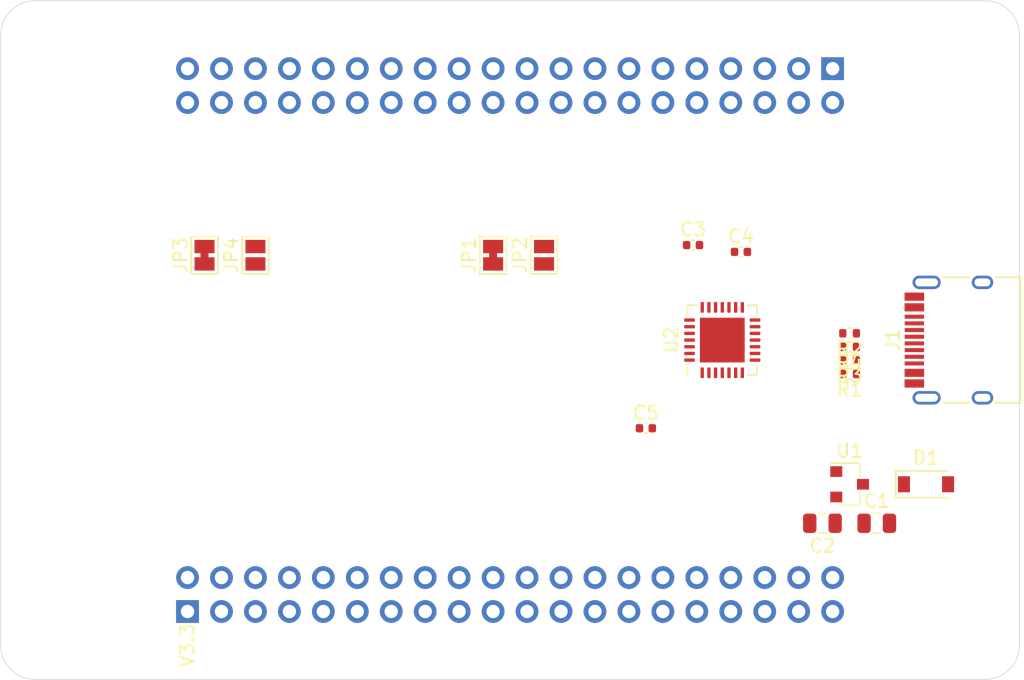
<source format=kicad_pcb>
(kicad_pcb (version 20171130) (host pcbnew 5.1.9+dfsg1-1)

  (general
    (thickness 1.6)
    (drawings 8)
    (tracks 0)
    (zones 0)
    (modules 18)
    (nets 119)
  )

  (page A4)
  (layers
    (0 F.Cu signal)
    (31 B.Cu signal)
    (32 B.Adhes user)
    (33 F.Adhes user)
    (34 B.Paste user)
    (35 F.Paste user)
    (36 B.SilkS user)
    (37 F.SilkS user)
    (38 B.Mask user)
    (39 F.Mask user)
    (40 Dwgs.User user)
    (41 Cmts.User user)
    (42 Eco1.User user)
    (43 Eco2.User user)
    (44 Edge.Cuts user)
    (45 Margin user)
    (46 B.CrtYd user)
    (47 F.CrtYd user)
    (48 B.Fab user hide)
    (49 F.Fab user hide)
  )

  (setup
    (last_trace_width 0.25)
    (trace_clearance 0.2)
    (zone_clearance 0.508)
    (zone_45_only no)
    (trace_min 0.2)
    (via_size 0.8)
    (via_drill 0.4)
    (via_min_size 0.4)
    (via_min_drill 0.3)
    (uvia_size 0.3)
    (uvia_drill 0.1)
    (uvias_allowed no)
    (uvia_min_size 0.2)
    (uvia_min_drill 0.1)
    (edge_width 0.05)
    (segment_width 0.2)
    (pcb_text_width 0.3)
    (pcb_text_size 1.5 1.5)
    (mod_edge_width 0.12)
    (mod_text_size 1 1)
    (mod_text_width 0.15)
    (pad_size 1.524 1.524)
    (pad_drill 0.762)
    (pad_to_mask_clearance 0)
    (aux_axis_origin 0 0)
    (grid_origin 152.4 101.6)
    (visible_elements FFFFFF7F)
    (pcbplotparams
      (layerselection 0x010fc_ffffffff)
      (usegerberextensions false)
      (usegerberattributes true)
      (usegerberadvancedattributes true)
      (creategerberjobfile true)
      (excludeedgelayer true)
      (linewidth 0.100000)
      (plotframeref false)
      (viasonmask false)
      (mode 1)
      (useauxorigin false)
      (hpglpennumber 1)
      (hpglpenspeed 20)
      (hpglpendiameter 15.000000)
      (psnegative false)
      (psa4output false)
      (plotreference true)
      (plotvalue true)
      (plotinvisibletext false)
      (padsonsilk false)
      (subtractmaskfromsilk false)
      (outputformat 1)
      (mirror false)
      (drillshape 1)
      (scaleselection 1)
      (outputdirectory ""))
  )

  (net 0 "")
  (net 1 GND)
  (net 2 +5V)
  (net 3 +3V3)
  (net 4 VBUS)
  (net 5 "Net-(J1-PadB8)")
  (net 6 "Net-(J1-PadA5)")
  (net 7 "Net-(J1-PadA7)")
  (net 8 "Net-(J1-PadA6)")
  (net 9 "Net-(J1-PadA8)")
  (net 10 "Net-(J1-PadB5)")
  (net 11 "Net-(J2-Pad80)")
  (net 12 "Net-(J2-Pad79)")
  (net 13 "Net-(J2-Pad78)")
  (net 14 "Net-(J2-Pad77)")
  (net 15 "Net-(J2-Pad76)")
  (net 16 "Net-(J2-Pad75)")
  (net 17 "Net-(J2-Pad74)")
  (net 18 "Net-(J2-Pad73)")
  (net 19 "Net-(J2-Pad72)")
  (net 20 "Net-(J2-Pad71)")
  (net 21 "Net-(J2-Pad70)")
  (net 22 "Net-(J2-Pad69)")
  (net 23 "Net-(J2-Pad66)")
  (net 24 "Net-(J2-Pad65)")
  (net 25 "Net-(J2-Pad64)")
  (net 26 "Net-(J2-Pad63)")
  (net 27 "Net-(J2-Pad62)")
  (net 28 "Net-(J2-Pad61)")
  (net 29 "Net-(J2-Pad60)")
  (net 30 "Net-(J2-Pad59)")
  (net 31 "Net-(J2-Pad58)")
  (net 32 "Net-(J2-Pad57)")
  (net 33 "Net-(J2-Pad56)")
  (net 34 "Net-(J2-Pad55)")
  (net 35 "Net-(J2-Pad54)")
  (net 36 "Net-(J2-Pad53)")
  (net 37 "Net-(J2-Pad52)")
  (net 38 "Net-(J2-Pad49)")
  (net 39 "Net-(J2-Pad48)")
  (net 40 "Net-(J2-Pad47)")
  (net 41 "Net-(J2-Pad46)")
  (net 42 "Net-(J2-Pad45)")
  (net 43 "Net-(J2-Pad44)")
  (net 44 "Net-(J2-Pad43)")
  (net 45 "Net-(J2-Pad42)")
  (net 46 "Net-(J2-Pad41)")
  (net 47 "Net-(J2-Pad40)")
  (net 48 "Net-(J2-Pad39)")
  (net 49 "Net-(J2-Pad38)")
  (net 50 "Net-(J2-Pad37)")
  (net 51 "Net-(J2-Pad36)")
  (net 52 "Net-(J2-Pad35)")
  (net 53 "Net-(J2-Pad34)")
  (net 54 "Net-(J2-Pad33)")
  (net 55 "Net-(J2-Pad32)")
  (net 56 "Net-(J2-Pad31)")
  (net 57 "Net-(J2-Pad30)")
  (net 58 "Net-(J2-Pad29)")
  (net 59 "Net-(J2-Pad28)")
  (net 60 "Net-(J2-Pad27)")
  (net 61 "Net-(J2-Pad26)")
  (net 62 "Net-(J2-Pad25)")
  (net 63 "Net-(J2-Pad24)")
  (net 64 "Net-(J2-Pad23)")
  (net 65 "Net-(J2-Pad22)")
  (net 66 "Net-(J2-Pad21)")
  (net 67 "Net-(J2-Pad20)")
  (net 68 "Net-(J2-Pad19)")
  (net 69 "Net-(J2-Pad18)")
  (net 70 "Net-(J2-Pad17)")
  (net 71 "Net-(J2-Pad16)")
  (net 72 "Net-(J2-Pad15)")
  (net 73 "Net-(J2-Pad14)")
  (net 74 "Net-(J2-Pad13)")
  (net 75 "Net-(J2-Pad12)")
  (net 76 "Net-(J2-Pad11)")
  (net 77 "Net-(J2-Pad10)")
  (net 78 "Net-(J2-Pad9)")
  (net 79 "Net-(J2-Pad8)")
  (net 80 "Net-(J2-Pad7)")
  (net 81 "Net-(J2-Pad6)")
  (net 82 "Net-(J2-Pad5)")
  (net 83 "Net-(J2-Pad4)")
  (net 84 "Net-(J2-Pad3)")
  (net 85 "Net-(J2-Pad2)")
  (net 86 "Net-(J2-Pad1)")
  (net 87 "Net-(U2-Pad29)")
  (net 88 "Net-(U2-Pad28)")
  (net 89 "Net-(U2-Pad27)")
  (net 90 "Net-(U2-Pad24)")
  (net 91 "Net-(U2-Pad23)")
  (net 92 "Net-(U2-Pad22)")
  (net 93 "Net-(U2-Pad21)")
  (net 94 "Net-(U2-Pad20)")
  (net 95 "Net-(U2-Pad19)")
  (net 96 "Net-(U2-Pad18)")
  (net 97 "Net-(U2-Pad17)")
  (net 98 "Net-(U2-Pad16)")
  (net 99 "Net-(U2-Pad15)")
  (net 100 "Net-(U2-Pad14)")
  (net 101 "Net-(U2-Pad13)")
  (net 102 "Net-(U2-Pad12)")
  (net 103 "Net-(U2-Pad11)")
  (net 104 "Net-(U2-Pad10)")
  (net 105 "Net-(U2-Pad9)")
  (net 106 "Net-(U2-Pad8)")
  (net 107 "Net-(U2-Pad7)")
  (net 108 "Net-(U2-Pad6)")
  (net 109 "Net-(U2-Pad2)")
  (net 110 "Net-(U2-Pad1)")
  (net 111 DM)
  (net 112 DP)
  (net 113 "Net-(JP1-Pad1)")
  (net 114 U1RX0)
  (net 115 U1TX0)
  (net 116 U1RX1)
  (net 117 U1TX1)
  (net 118 "Net-(JP3-Pad1)")

  (net_class Default "This is the default net class."
    (clearance 0.2)
    (trace_width 0.25)
    (via_dia 0.8)
    (via_drill 0.4)
    (uvia_dia 0.3)
    (uvia_drill 0.1)
    (add_net +3V3)
    (add_net +5V)
    (add_net DM)
    (add_net DP)
    (add_net GND)
    (add_net "Net-(J1-PadA5)")
    (add_net "Net-(J1-PadA6)")
    (add_net "Net-(J1-PadA7)")
    (add_net "Net-(J1-PadA8)")
    (add_net "Net-(J1-PadB5)")
    (add_net "Net-(J1-PadB8)")
    (add_net "Net-(J2-Pad1)")
    (add_net "Net-(J2-Pad10)")
    (add_net "Net-(J2-Pad11)")
    (add_net "Net-(J2-Pad12)")
    (add_net "Net-(J2-Pad13)")
    (add_net "Net-(J2-Pad14)")
    (add_net "Net-(J2-Pad15)")
    (add_net "Net-(J2-Pad16)")
    (add_net "Net-(J2-Pad17)")
    (add_net "Net-(J2-Pad18)")
    (add_net "Net-(J2-Pad19)")
    (add_net "Net-(J2-Pad2)")
    (add_net "Net-(J2-Pad20)")
    (add_net "Net-(J2-Pad21)")
    (add_net "Net-(J2-Pad22)")
    (add_net "Net-(J2-Pad23)")
    (add_net "Net-(J2-Pad24)")
    (add_net "Net-(J2-Pad25)")
    (add_net "Net-(J2-Pad26)")
    (add_net "Net-(J2-Pad27)")
    (add_net "Net-(J2-Pad28)")
    (add_net "Net-(J2-Pad29)")
    (add_net "Net-(J2-Pad3)")
    (add_net "Net-(J2-Pad30)")
    (add_net "Net-(J2-Pad31)")
    (add_net "Net-(J2-Pad32)")
    (add_net "Net-(J2-Pad33)")
    (add_net "Net-(J2-Pad34)")
    (add_net "Net-(J2-Pad35)")
    (add_net "Net-(J2-Pad36)")
    (add_net "Net-(J2-Pad37)")
    (add_net "Net-(J2-Pad38)")
    (add_net "Net-(J2-Pad39)")
    (add_net "Net-(J2-Pad4)")
    (add_net "Net-(J2-Pad40)")
    (add_net "Net-(J2-Pad41)")
    (add_net "Net-(J2-Pad42)")
    (add_net "Net-(J2-Pad43)")
    (add_net "Net-(J2-Pad44)")
    (add_net "Net-(J2-Pad45)")
    (add_net "Net-(J2-Pad46)")
    (add_net "Net-(J2-Pad47)")
    (add_net "Net-(J2-Pad48)")
    (add_net "Net-(J2-Pad49)")
    (add_net "Net-(J2-Pad5)")
    (add_net "Net-(J2-Pad52)")
    (add_net "Net-(J2-Pad53)")
    (add_net "Net-(J2-Pad54)")
    (add_net "Net-(J2-Pad55)")
    (add_net "Net-(J2-Pad56)")
    (add_net "Net-(J2-Pad57)")
    (add_net "Net-(J2-Pad58)")
    (add_net "Net-(J2-Pad59)")
    (add_net "Net-(J2-Pad6)")
    (add_net "Net-(J2-Pad60)")
    (add_net "Net-(J2-Pad61)")
    (add_net "Net-(J2-Pad62)")
    (add_net "Net-(J2-Pad63)")
    (add_net "Net-(J2-Pad64)")
    (add_net "Net-(J2-Pad65)")
    (add_net "Net-(J2-Pad66)")
    (add_net "Net-(J2-Pad69)")
    (add_net "Net-(J2-Pad7)")
    (add_net "Net-(J2-Pad70)")
    (add_net "Net-(J2-Pad71)")
    (add_net "Net-(J2-Pad72)")
    (add_net "Net-(J2-Pad73)")
    (add_net "Net-(J2-Pad74)")
    (add_net "Net-(J2-Pad75)")
    (add_net "Net-(J2-Pad76)")
    (add_net "Net-(J2-Pad77)")
    (add_net "Net-(J2-Pad78)")
    (add_net "Net-(J2-Pad79)")
    (add_net "Net-(J2-Pad8)")
    (add_net "Net-(J2-Pad80)")
    (add_net "Net-(J2-Pad9)")
    (add_net "Net-(JP1-Pad1)")
    (add_net "Net-(JP3-Pad1)")
    (add_net "Net-(U2-Pad1)")
    (add_net "Net-(U2-Pad10)")
    (add_net "Net-(U2-Pad11)")
    (add_net "Net-(U2-Pad12)")
    (add_net "Net-(U2-Pad13)")
    (add_net "Net-(U2-Pad14)")
    (add_net "Net-(U2-Pad15)")
    (add_net "Net-(U2-Pad16)")
    (add_net "Net-(U2-Pad17)")
    (add_net "Net-(U2-Pad18)")
    (add_net "Net-(U2-Pad19)")
    (add_net "Net-(U2-Pad2)")
    (add_net "Net-(U2-Pad20)")
    (add_net "Net-(U2-Pad21)")
    (add_net "Net-(U2-Pad22)")
    (add_net "Net-(U2-Pad23)")
    (add_net "Net-(U2-Pad24)")
    (add_net "Net-(U2-Pad27)")
    (add_net "Net-(U2-Pad28)")
    (add_net "Net-(U2-Pad29)")
    (add_net "Net-(U2-Pad6)")
    (add_net "Net-(U2-Pad7)")
    (add_net "Net-(U2-Pad8)")
    (add_net "Net-(U2-Pad9)")
    (add_net U1RX0)
    (add_net U1RX1)
    (add_net U1TX0)
    (add_net U1TX1)
    (add_net VBUS)
  )

  (module Jumper:SolderJumper-2_P1.3mm_Open_Pad1.0x1.5mm (layer F.Cu) (tedit 5A3EABFC) (tstamp 60D2F4D7)
    (at 133.35 95.25 90)
    (descr "SMD Solder Jumper, 1x1.5mm Pads, 0.3mm gap, open")
    (tags "solder jumper open")
    (path /612BE955)
    (attr virtual)
    (fp_text reference JP4 (at 0 -1.8 90) (layer F.SilkS)
      (effects (font (size 1 1) (thickness 0.15)))
    )
    (fp_text value ~ (at 0 1.9 90) (layer F.Fab)
      (effects (font (size 1 1) (thickness 0.15)))
    )
    (fp_line (start -1.4 1) (end -1.4 -1) (layer F.SilkS) (width 0.12))
    (fp_line (start 1.4 1) (end -1.4 1) (layer F.SilkS) (width 0.12))
    (fp_line (start 1.4 -1) (end 1.4 1) (layer F.SilkS) (width 0.12))
    (fp_line (start -1.4 -1) (end 1.4 -1) (layer F.SilkS) (width 0.12))
    (fp_line (start -1.65 -1.25) (end 1.65 -1.25) (layer F.CrtYd) (width 0.05))
    (fp_line (start -1.65 -1.25) (end -1.65 1.25) (layer F.CrtYd) (width 0.05))
    (fp_line (start 1.65 1.25) (end 1.65 -1.25) (layer F.CrtYd) (width 0.05))
    (fp_line (start 1.65 1.25) (end -1.65 1.25) (layer F.CrtYd) (width 0.05))
    (pad 1 smd rect (at -0.65 0 90) (size 1 1.5) (layers F.Cu F.Mask)
      (net 118 "Net-(JP3-Pad1)"))
    (pad 2 smd rect (at 0.65 0 90) (size 1 1.5) (layers F.Cu F.Mask)
      (net 116 U1RX1))
  )

  (module Jumper:SolderJumper-2_P1.3mm_Bridged_Pad1.0x1.5mm (layer F.Cu) (tedit 5C756AB2) (tstamp 60D2F4C9)
    (at 129.54 95.25 90)
    (descr "SMD Solder Jumper, 1x1.5mm Pads, 0.3mm gap, bridged with 1 copper strip")
    (tags "solder jumper open")
    (path /612BE214)
    (attr virtual)
    (fp_text reference JP3 (at 0 -1.8 90) (layer F.SilkS)
      (effects (font (size 1 1) (thickness 0.15)))
    )
    (fp_text value ~ (at 0 1.9 90) (layer F.Fab)
      (effects (font (size 1 1) (thickness 0.15)))
    )
    (fp_line (start -1.4 1) (end -1.4 -1) (layer F.SilkS) (width 0.12))
    (fp_line (start 1.4 1) (end -1.4 1) (layer F.SilkS) (width 0.12))
    (fp_line (start 1.4 -1) (end 1.4 1) (layer F.SilkS) (width 0.12))
    (fp_line (start -1.4 -1) (end 1.4 -1) (layer F.SilkS) (width 0.12))
    (fp_line (start -1.65 -1.25) (end 1.65 -1.25) (layer F.CrtYd) (width 0.05))
    (fp_line (start -1.65 -1.25) (end -1.65 1.25) (layer F.CrtYd) (width 0.05))
    (fp_line (start 1.65 1.25) (end 1.65 -1.25) (layer F.CrtYd) (width 0.05))
    (fp_line (start 1.65 1.25) (end -1.65 1.25) (layer F.CrtYd) (width 0.05))
    (fp_poly (pts (xy -0.25 -0.3) (xy 0.25 -0.3) (xy 0.25 0.3) (xy -0.25 0.3)) (layer F.Cu) (width 0))
    (pad 2 smd rect (at 0.65 0 90) (size 1 1.5) (layers F.Cu F.Mask)
      (net 114 U1RX0))
    (pad 1 smd rect (at -0.65 0 90) (size 1 1.5) (layers F.Cu F.Mask)
      (net 118 "Net-(JP3-Pad1)"))
  )

  (module Jumper:SolderJumper-2_P1.3mm_Open_Pad1.0x1.5mm (layer F.Cu) (tedit 5A3EABFC) (tstamp 60D2EB49)
    (at 154.94 95.25 90)
    (descr "SMD Solder Jumper, 1x1.5mm Pads, 0.3mm gap, open")
    (tags "solder jumper open")
    (path /612BA057)
    (attr virtual)
    (fp_text reference JP2 (at 0 -1.8 90) (layer F.SilkS)
      (effects (font (size 1 1) (thickness 0.15)))
    )
    (fp_text value ~ (at 0 1.9 90) (layer F.Fab)
      (effects (font (size 1 1) (thickness 0.15)))
    )
    (fp_line (start -1.4 1) (end -1.4 -1) (layer F.SilkS) (width 0.12))
    (fp_line (start 1.4 1) (end -1.4 1) (layer F.SilkS) (width 0.12))
    (fp_line (start 1.4 -1) (end 1.4 1) (layer F.SilkS) (width 0.12))
    (fp_line (start -1.4 -1) (end 1.4 -1) (layer F.SilkS) (width 0.12))
    (fp_line (start -1.65 -1.25) (end 1.65 -1.25) (layer F.CrtYd) (width 0.05))
    (fp_line (start -1.65 -1.25) (end -1.65 1.25) (layer F.CrtYd) (width 0.05))
    (fp_line (start 1.65 1.25) (end 1.65 -1.25) (layer F.CrtYd) (width 0.05))
    (fp_line (start 1.65 1.25) (end -1.65 1.25) (layer F.CrtYd) (width 0.05))
    (pad 1 smd rect (at -0.65 0 90) (size 1 1.5) (layers F.Cu F.Mask)
      (net 113 "Net-(JP1-Pad1)"))
    (pad 2 smd rect (at 0.65 0 90) (size 1 1.5) (layers F.Cu F.Mask)
      (net 117 U1TX1))
  )

  (module Jumper:SolderJumper-2_P1.3mm_Bridged_Pad1.0x1.5mm (layer F.Cu) (tedit 5C756AB2) (tstamp 60D2EB3B)
    (at 151.13 95.25 90)
    (descr "SMD Solder Jumper, 1x1.5mm Pads, 0.3mm gap, bridged with 1 copper strip")
    (tags "solder jumper open")
    (path /612B830E)
    (attr virtual)
    (fp_text reference JP1 (at 0 -1.8 90) (layer F.SilkS)
      (effects (font (size 1 1) (thickness 0.15)))
    )
    (fp_text value ~ (at 0 1.9 90) (layer F.Fab)
      (effects (font (size 1 1) (thickness 0.15)))
    )
    (fp_line (start -1.4 1) (end -1.4 -1) (layer F.SilkS) (width 0.12))
    (fp_line (start 1.4 1) (end -1.4 1) (layer F.SilkS) (width 0.12))
    (fp_line (start 1.4 -1) (end 1.4 1) (layer F.SilkS) (width 0.12))
    (fp_line (start -1.4 -1) (end 1.4 -1) (layer F.SilkS) (width 0.12))
    (fp_line (start -1.65 -1.25) (end 1.65 -1.25) (layer F.CrtYd) (width 0.05))
    (fp_line (start -1.65 -1.25) (end -1.65 1.25) (layer F.CrtYd) (width 0.05))
    (fp_line (start 1.65 1.25) (end 1.65 -1.25) (layer F.CrtYd) (width 0.05))
    (fp_line (start 1.65 1.25) (end -1.65 1.25) (layer F.CrtYd) (width 0.05))
    (fp_poly (pts (xy -0.25 -0.3) (xy 0.25 -0.3) (xy 0.25 0.3) (xy -0.25 0.3)) (layer F.Cu) (width 0))
    (pad 2 smd rect (at 0.65 0 90) (size 1 1.5) (layers F.Cu F.Mask)
      (net 115 U1TX0))
    (pad 1 smd rect (at -0.65 0 90) (size 1 1.5) (layers F.Cu F.Mask)
      (net 113 "Net-(JP1-Pad1)"))
  )

  (module Package_DFN_QFN:QFN-28-1EP_5x5mm_P0.5mm_EP3.35x3.35mm (layer F.Cu) (tedit 5DC5F6A4) (tstamp 60D2D397)
    (at 168.275 101.6 90)
    (descr "QFN, 28 Pin (http://ww1.microchip.com/downloads/en/PackagingSpec/00000049BQ.pdf#page=283), generated with kicad-footprint-generator ipc_noLead_generator.py")
    (tags "QFN NoLead")
    (path /6122714A)
    (attr smd)
    (fp_text reference U2 (at 0 -3.8 90) (layer F.SilkS)
      (effects (font (size 1 1) (thickness 0.15)))
    )
    (fp_text value CP2102N (at 0 3.8 90) (layer F.Fab)
      (effects (font (size 1 1) (thickness 0.15)))
    )
    (fp_text user %R (at 0 0 90) (layer F.Fab)
      (effects (font (size 1 1) (thickness 0.15)))
    )
    (fp_line (start 1.885 -2.61) (end 2.61 -2.61) (layer F.SilkS) (width 0.12))
    (fp_line (start 2.61 -2.61) (end 2.61 -1.885) (layer F.SilkS) (width 0.12))
    (fp_line (start -1.885 2.61) (end -2.61 2.61) (layer F.SilkS) (width 0.12))
    (fp_line (start -2.61 2.61) (end -2.61 1.885) (layer F.SilkS) (width 0.12))
    (fp_line (start 1.885 2.61) (end 2.61 2.61) (layer F.SilkS) (width 0.12))
    (fp_line (start 2.61 2.61) (end 2.61 1.885) (layer F.SilkS) (width 0.12))
    (fp_line (start -1.885 -2.61) (end -2.61 -2.61) (layer F.SilkS) (width 0.12))
    (fp_line (start -1.5 -2.5) (end 2.5 -2.5) (layer F.Fab) (width 0.1))
    (fp_line (start 2.5 -2.5) (end 2.5 2.5) (layer F.Fab) (width 0.1))
    (fp_line (start 2.5 2.5) (end -2.5 2.5) (layer F.Fab) (width 0.1))
    (fp_line (start -2.5 2.5) (end -2.5 -1.5) (layer F.Fab) (width 0.1))
    (fp_line (start -2.5 -1.5) (end -1.5 -2.5) (layer F.Fab) (width 0.1))
    (fp_line (start -3.1 -3.1) (end -3.1 3.1) (layer F.CrtYd) (width 0.05))
    (fp_line (start -3.1 3.1) (end 3.1 3.1) (layer F.CrtYd) (width 0.05))
    (fp_line (start 3.1 3.1) (end 3.1 -3.1) (layer F.CrtYd) (width 0.05))
    (fp_line (start 3.1 -3.1) (end -3.1 -3.1) (layer F.CrtYd) (width 0.05))
    (pad "" smd roundrect (at 1.12 1.12 90) (size 0.9 0.9) (layers F.Paste) (roundrect_rratio 0.25))
    (pad "" smd roundrect (at 1.12 0 90) (size 0.9 0.9) (layers F.Paste) (roundrect_rratio 0.25))
    (pad "" smd roundrect (at 1.12 -1.12 90) (size 0.9 0.9) (layers F.Paste) (roundrect_rratio 0.25))
    (pad "" smd roundrect (at 0 1.12 90) (size 0.9 0.9) (layers F.Paste) (roundrect_rratio 0.25))
    (pad "" smd roundrect (at 0 0 90) (size 0.9 0.9) (layers F.Paste) (roundrect_rratio 0.25))
    (pad "" smd roundrect (at 0 -1.12 90) (size 0.9 0.9) (layers F.Paste) (roundrect_rratio 0.25))
    (pad "" smd roundrect (at -1.12 1.12 90) (size 0.9 0.9) (layers F.Paste) (roundrect_rratio 0.25))
    (pad "" smd roundrect (at -1.12 0 90) (size 0.9 0.9) (layers F.Paste) (roundrect_rratio 0.25))
    (pad "" smd roundrect (at -1.12 -1.12 90) (size 0.9 0.9) (layers F.Paste) (roundrect_rratio 0.25))
    (pad 29 smd rect (at 0 0 90) (size 3.35 3.35) (layers F.Cu F.Mask)
      (net 87 "Net-(U2-Pad29)"))
    (pad 28 smd roundrect (at -1.5 -2.45 90) (size 0.25 0.8) (layers F.Cu F.Paste F.Mask) (roundrect_rratio 0.25)
      (net 88 "Net-(U2-Pad28)"))
    (pad 27 smd roundrect (at -1 -2.45 90) (size 0.25 0.8) (layers F.Cu F.Paste F.Mask) (roundrect_rratio 0.25)
      (net 89 "Net-(U2-Pad27)"))
    (pad 26 smd roundrect (at -0.5 -2.45 90) (size 0.25 0.8) (layers F.Cu F.Paste F.Mask) (roundrect_rratio 0.25)
      (net 118 "Net-(JP3-Pad1)"))
    (pad 25 smd roundrect (at 0 -2.45 90) (size 0.25 0.8) (layers F.Cu F.Paste F.Mask) (roundrect_rratio 0.25)
      (net 113 "Net-(JP1-Pad1)"))
    (pad 24 smd roundrect (at 0.5 -2.45 90) (size 0.25 0.8) (layers F.Cu F.Paste F.Mask) (roundrect_rratio 0.25)
      (net 90 "Net-(U2-Pad24)"))
    (pad 23 smd roundrect (at 1 -2.45 90) (size 0.25 0.8) (layers F.Cu F.Paste F.Mask) (roundrect_rratio 0.25)
      (net 91 "Net-(U2-Pad23)"))
    (pad 22 smd roundrect (at 1.5 -2.45 90) (size 0.25 0.8) (layers F.Cu F.Paste F.Mask) (roundrect_rratio 0.25)
      (net 92 "Net-(U2-Pad22)"))
    (pad 21 smd roundrect (at 2.45 -1.5 90) (size 0.8 0.25) (layers F.Cu F.Paste F.Mask) (roundrect_rratio 0.25)
      (net 93 "Net-(U2-Pad21)"))
    (pad 20 smd roundrect (at 2.45 -1 90) (size 0.8 0.25) (layers F.Cu F.Paste F.Mask) (roundrect_rratio 0.25)
      (net 94 "Net-(U2-Pad20)"))
    (pad 19 smd roundrect (at 2.45 -0.5 90) (size 0.8 0.25) (layers F.Cu F.Paste F.Mask) (roundrect_rratio 0.25)
      (net 95 "Net-(U2-Pad19)"))
    (pad 18 smd roundrect (at 2.45 0 90) (size 0.8 0.25) (layers F.Cu F.Paste F.Mask) (roundrect_rratio 0.25)
      (net 96 "Net-(U2-Pad18)"))
    (pad 17 smd roundrect (at 2.45 0.5 90) (size 0.8 0.25) (layers F.Cu F.Paste F.Mask) (roundrect_rratio 0.25)
      (net 97 "Net-(U2-Pad17)"))
    (pad 16 smd roundrect (at 2.45 1 90) (size 0.8 0.25) (layers F.Cu F.Paste F.Mask) (roundrect_rratio 0.25)
      (net 98 "Net-(U2-Pad16)"))
    (pad 15 smd roundrect (at 2.45 1.5 90) (size 0.8 0.25) (layers F.Cu F.Paste F.Mask) (roundrect_rratio 0.25)
      (net 99 "Net-(U2-Pad15)"))
    (pad 14 smd roundrect (at 1.5 2.45 90) (size 0.25 0.8) (layers F.Cu F.Paste F.Mask) (roundrect_rratio 0.25)
      (net 100 "Net-(U2-Pad14)"))
    (pad 13 smd roundrect (at 1 2.45 90) (size 0.25 0.8) (layers F.Cu F.Paste F.Mask) (roundrect_rratio 0.25)
      (net 101 "Net-(U2-Pad13)"))
    (pad 12 smd roundrect (at 0.5 2.45 90) (size 0.25 0.8) (layers F.Cu F.Paste F.Mask) (roundrect_rratio 0.25)
      (net 102 "Net-(U2-Pad12)"))
    (pad 11 smd roundrect (at 0 2.45 90) (size 0.25 0.8) (layers F.Cu F.Paste F.Mask) (roundrect_rratio 0.25)
      (net 103 "Net-(U2-Pad11)"))
    (pad 10 smd roundrect (at -0.5 2.45 90) (size 0.25 0.8) (layers F.Cu F.Paste F.Mask) (roundrect_rratio 0.25)
      (net 104 "Net-(U2-Pad10)"))
    (pad 9 smd roundrect (at -1 2.45 90) (size 0.25 0.8) (layers F.Cu F.Paste F.Mask) (roundrect_rratio 0.25)
      (net 105 "Net-(U2-Pad9)"))
    (pad 8 smd roundrect (at -1.5 2.45 90) (size 0.25 0.8) (layers F.Cu F.Paste F.Mask) (roundrect_rratio 0.25)
      (net 106 "Net-(U2-Pad8)"))
    (pad 7 smd roundrect (at -2.45 1.5 90) (size 0.8 0.25) (layers F.Cu F.Paste F.Mask) (roundrect_rratio 0.25)
      (net 107 "Net-(U2-Pad7)"))
    (pad 6 smd roundrect (at -2.45 1 90) (size 0.8 0.25) (layers F.Cu F.Paste F.Mask) (roundrect_rratio 0.25)
      (net 108 "Net-(U2-Pad6)"))
    (pad 5 smd roundrect (at -2.45 0.5 90) (size 0.8 0.25) (layers F.Cu F.Paste F.Mask) (roundrect_rratio 0.25)
      (net 111 DM))
    (pad 4 smd roundrect (at -2.45 0 90) (size 0.8 0.25) (layers F.Cu F.Paste F.Mask) (roundrect_rratio 0.25)
      (net 112 DP))
    (pad 3 smd roundrect (at -2.45 -0.5 90) (size 0.8 0.25) (layers F.Cu F.Paste F.Mask) (roundrect_rratio 0.25)
      (net 87 "Net-(U2-Pad29)"))
    (pad 2 smd roundrect (at -2.45 -1 90) (size 0.8 0.25) (layers F.Cu F.Paste F.Mask) (roundrect_rratio 0.25)
      (net 109 "Net-(U2-Pad2)"))
    (pad 1 smd roundrect (at -2.45 -1.5 90) (size 0.8 0.25) (layers F.Cu F.Paste F.Mask) (roundrect_rratio 0.25)
      (net 110 "Net-(U2-Pad1)"))
    (model ${KISYS3DMOD}/Package_DFN_QFN.3dshapes/QFN-28-1EP_5x5mm_P0.5mm_EP3.35x3.35mm.wrl
      (at (xyz 0 0 0))
      (scale (xyz 1 1 1))
      (rotate (xyz 0 0 0))
    )
  )

  (module Package_TO_SOT_SMD:SOT-23 (layer F.Cu) (tedit 5A02FF57) (tstamp 60D2D35C)
    (at 177.8 112.395)
    (descr "SOT-23, Standard")
    (tags SOT-23)
    (path /61271995)
    (attr smd)
    (fp_text reference U1 (at 0 -2.5) (layer F.SilkS)
      (effects (font (size 1 1) (thickness 0.15)))
    )
    (fp_text value XC6206P332MR (at 0 2.5) (layer F.Fab)
      (effects (font (size 1 1) (thickness 0.15)))
    )
    (fp_text user %R (at 0 0 90) (layer F.Fab)
      (effects (font (size 0.5 0.5) (thickness 0.075)))
    )
    (fp_line (start -0.7 -0.95) (end -0.7 1.5) (layer F.Fab) (width 0.1))
    (fp_line (start -0.15 -1.52) (end 0.7 -1.52) (layer F.Fab) (width 0.1))
    (fp_line (start -0.7 -0.95) (end -0.15 -1.52) (layer F.Fab) (width 0.1))
    (fp_line (start 0.7 -1.52) (end 0.7 1.52) (layer F.Fab) (width 0.1))
    (fp_line (start -0.7 1.52) (end 0.7 1.52) (layer F.Fab) (width 0.1))
    (fp_line (start 0.76 1.58) (end 0.76 0.65) (layer F.SilkS) (width 0.12))
    (fp_line (start 0.76 -1.58) (end 0.76 -0.65) (layer F.SilkS) (width 0.12))
    (fp_line (start -1.7 -1.75) (end 1.7 -1.75) (layer F.CrtYd) (width 0.05))
    (fp_line (start 1.7 -1.75) (end 1.7 1.75) (layer F.CrtYd) (width 0.05))
    (fp_line (start 1.7 1.75) (end -1.7 1.75) (layer F.CrtYd) (width 0.05))
    (fp_line (start -1.7 1.75) (end -1.7 -1.75) (layer F.CrtYd) (width 0.05))
    (fp_line (start 0.76 -1.58) (end -1.4 -1.58) (layer F.SilkS) (width 0.12))
    (fp_line (start 0.76 1.58) (end -0.7 1.58) (layer F.SilkS) (width 0.12))
    (pad 3 smd rect (at 1 0) (size 0.9 0.8) (layers F.Cu F.Paste F.Mask)
      (net 2 +5V))
    (pad 2 smd rect (at -1 0.95) (size 0.9 0.8) (layers F.Cu F.Paste F.Mask)
      (net 3 +3V3))
    (pad 1 smd rect (at -1 -0.95) (size 0.9 0.8) (layers F.Cu F.Paste F.Mask)
      (net 1 GND))
    (model ${KISYS3DMOD}/Package_TO_SOT_SMD.3dshapes/SOT-23.wrl
      (at (xyz 0 0 0))
      (scale (xyz 1 1 1))
      (rotate (xyz 0 0 0))
    )
  )

  (module Resistor_SMD:R_0402_1005Metric (layer F.Cu) (tedit 5F68FEEE) (tstamp 60D2D347)
    (at 177.8 102.108 180)
    (descr "Resistor SMD 0402 (1005 Metric), square (rectangular) end terminal, IPC_7351 nominal, (Body size source: IPC-SM-782 page 72, https://www.pcb-3d.com/wordpress/wp-content/uploads/ipc-sm-782a_amendment_1_and_2.pdf), generated with kicad-footprint-generator")
    (tags resistor)
    (path /61254E51)
    (attr smd)
    (fp_text reference R4 (at 0 -1.17) (layer F.SilkS)
      (effects (font (size 1 1) (thickness 0.15)))
    )
    (fp_text value 22R (at 0 1.17) (layer F.Fab)
      (effects (font (size 1 1) (thickness 0.15)))
    )
    (fp_text user %R (at 0 0) (layer F.Fab)
      (effects (font (size 0.26 0.26) (thickness 0.04)))
    )
    (fp_line (start -0.525 0.27) (end -0.525 -0.27) (layer F.Fab) (width 0.1))
    (fp_line (start -0.525 -0.27) (end 0.525 -0.27) (layer F.Fab) (width 0.1))
    (fp_line (start 0.525 -0.27) (end 0.525 0.27) (layer F.Fab) (width 0.1))
    (fp_line (start 0.525 0.27) (end -0.525 0.27) (layer F.Fab) (width 0.1))
    (fp_line (start -0.153641 -0.38) (end 0.153641 -0.38) (layer F.SilkS) (width 0.12))
    (fp_line (start -0.153641 0.38) (end 0.153641 0.38) (layer F.SilkS) (width 0.12))
    (fp_line (start -0.93 0.47) (end -0.93 -0.47) (layer F.CrtYd) (width 0.05))
    (fp_line (start -0.93 -0.47) (end 0.93 -0.47) (layer F.CrtYd) (width 0.05))
    (fp_line (start 0.93 -0.47) (end 0.93 0.47) (layer F.CrtYd) (width 0.05))
    (fp_line (start 0.93 0.47) (end -0.93 0.47) (layer F.CrtYd) (width 0.05))
    (pad 2 smd roundrect (at 0.51 0 180) (size 0.54 0.64) (layers F.Cu F.Paste F.Mask) (roundrect_rratio 0.25)
      (net 112 DP))
    (pad 1 smd roundrect (at -0.51 0 180) (size 0.54 0.64) (layers F.Cu F.Paste F.Mask) (roundrect_rratio 0.25)
      (net 8 "Net-(J1-PadA6)"))
    (model ${KISYS3DMOD}/Resistor_SMD.3dshapes/R_0402_1005Metric.wrl
      (at (xyz 0 0 0))
      (scale (xyz 1 1 1))
      (rotate (xyz 0 0 0))
    )
  )

  (module Resistor_SMD:R_0402_1005Metric (layer F.Cu) (tedit 5F68FEEE) (tstamp 60D2D336)
    (at 177.8 103.124 180)
    (descr "Resistor SMD 0402 (1005 Metric), square (rectangular) end terminal, IPC_7351 nominal, (Body size source: IPC-SM-782 page 72, https://www.pcb-3d.com/wordpress/wp-content/uploads/ipc-sm-782a_amendment_1_and_2.pdf), generated with kicad-footprint-generator")
    (tags resistor)
    (path /61254E4A)
    (attr smd)
    (fp_text reference R3 (at 0 -1.17) (layer F.SilkS)
      (effects (font (size 1 1) (thickness 0.15)))
    )
    (fp_text value 22R (at 0 1.17) (layer F.Fab)
      (effects (font (size 1 1) (thickness 0.15)))
    )
    (fp_text user %R (at 0 0) (layer F.Fab)
      (effects (font (size 0.26 0.26) (thickness 0.04)))
    )
    (fp_line (start -0.525 0.27) (end -0.525 -0.27) (layer F.Fab) (width 0.1))
    (fp_line (start -0.525 -0.27) (end 0.525 -0.27) (layer F.Fab) (width 0.1))
    (fp_line (start 0.525 -0.27) (end 0.525 0.27) (layer F.Fab) (width 0.1))
    (fp_line (start 0.525 0.27) (end -0.525 0.27) (layer F.Fab) (width 0.1))
    (fp_line (start -0.153641 -0.38) (end 0.153641 -0.38) (layer F.SilkS) (width 0.12))
    (fp_line (start -0.153641 0.38) (end 0.153641 0.38) (layer F.SilkS) (width 0.12))
    (fp_line (start -0.93 0.47) (end -0.93 -0.47) (layer F.CrtYd) (width 0.05))
    (fp_line (start -0.93 -0.47) (end 0.93 -0.47) (layer F.CrtYd) (width 0.05))
    (fp_line (start 0.93 -0.47) (end 0.93 0.47) (layer F.CrtYd) (width 0.05))
    (fp_line (start 0.93 0.47) (end -0.93 0.47) (layer F.CrtYd) (width 0.05))
    (pad 2 smd roundrect (at 0.51 0 180) (size 0.54 0.64) (layers F.Cu F.Paste F.Mask) (roundrect_rratio 0.25)
      (net 111 DM))
    (pad 1 smd roundrect (at -0.51 0 180) (size 0.54 0.64) (layers F.Cu F.Paste F.Mask) (roundrect_rratio 0.25)
      (net 7 "Net-(J1-PadA7)"))
    (model ${KISYS3DMOD}/Resistor_SMD.3dshapes/R_0402_1005Metric.wrl
      (at (xyz 0 0 0))
      (scale (xyz 1 1 1))
      (rotate (xyz 0 0 0))
    )
  )

  (module Resistor_SMD:R_0402_1005Metric (layer F.Cu) (tedit 5F68FEEE) (tstamp 60D2D325)
    (at 177.8 101.092 180)
    (descr "Resistor SMD 0402 (1005 Metric), square (rectangular) end terminal, IPC_7351 nominal, (Body size source: IPC-SM-782 page 72, https://www.pcb-3d.com/wordpress/wp-content/uploads/ipc-sm-782a_amendment_1_and_2.pdf), generated with kicad-footprint-generator")
    (tags resistor)
    (path /61254E2C)
    (attr smd)
    (fp_text reference R2 (at 0 -1.17) (layer F.SilkS)
      (effects (font (size 1 1) (thickness 0.15)))
    )
    (fp_text value 5.1k (at 0 1.17) (layer F.Fab)
      (effects (font (size 1 1) (thickness 0.15)))
    )
    (fp_text user %R (at 0 0) (layer F.Fab)
      (effects (font (size 0.26 0.26) (thickness 0.04)))
    )
    (fp_line (start -0.525 0.27) (end -0.525 -0.27) (layer F.Fab) (width 0.1))
    (fp_line (start -0.525 -0.27) (end 0.525 -0.27) (layer F.Fab) (width 0.1))
    (fp_line (start 0.525 -0.27) (end 0.525 0.27) (layer F.Fab) (width 0.1))
    (fp_line (start 0.525 0.27) (end -0.525 0.27) (layer F.Fab) (width 0.1))
    (fp_line (start -0.153641 -0.38) (end 0.153641 -0.38) (layer F.SilkS) (width 0.12))
    (fp_line (start -0.153641 0.38) (end 0.153641 0.38) (layer F.SilkS) (width 0.12))
    (fp_line (start -0.93 0.47) (end -0.93 -0.47) (layer F.CrtYd) (width 0.05))
    (fp_line (start -0.93 -0.47) (end 0.93 -0.47) (layer F.CrtYd) (width 0.05))
    (fp_line (start 0.93 -0.47) (end 0.93 0.47) (layer F.CrtYd) (width 0.05))
    (fp_line (start 0.93 0.47) (end -0.93 0.47) (layer F.CrtYd) (width 0.05))
    (pad 2 smd roundrect (at 0.51 0 180) (size 0.54 0.64) (layers F.Cu F.Paste F.Mask) (roundrect_rratio 0.25)
      (net 1 GND))
    (pad 1 smd roundrect (at -0.51 0 180) (size 0.54 0.64) (layers F.Cu F.Paste F.Mask) (roundrect_rratio 0.25)
      (net 10 "Net-(J1-PadB5)"))
    (model ${KISYS3DMOD}/Resistor_SMD.3dshapes/R_0402_1005Metric.wrl
      (at (xyz 0 0 0))
      (scale (xyz 1 1 1))
      (rotate (xyz 0 0 0))
    )
  )

  (module Resistor_SMD:R_0402_1005Metric (layer F.Cu) (tedit 5F68FEEE) (tstamp 60D2D314)
    (at 177.8 104.14 180)
    (descr "Resistor SMD 0402 (1005 Metric), square (rectangular) end terminal, IPC_7351 nominal, (Body size source: IPC-SM-782 page 72, https://www.pcb-3d.com/wordpress/wp-content/uploads/ipc-sm-782a_amendment_1_and_2.pdf), generated with kicad-footprint-generator")
    (tags resistor)
    (path /61254E17)
    (attr smd)
    (fp_text reference R1 (at 0 -1.17) (layer F.SilkS)
      (effects (font (size 1 1) (thickness 0.15)))
    )
    (fp_text value 5.1k (at 0 1.17) (layer F.Fab)
      (effects (font (size 1 1) (thickness 0.15)))
    )
    (fp_text user %R (at 0 0) (layer F.Fab)
      (effects (font (size 0.26 0.26) (thickness 0.04)))
    )
    (fp_line (start -0.525 0.27) (end -0.525 -0.27) (layer F.Fab) (width 0.1))
    (fp_line (start -0.525 -0.27) (end 0.525 -0.27) (layer F.Fab) (width 0.1))
    (fp_line (start 0.525 -0.27) (end 0.525 0.27) (layer F.Fab) (width 0.1))
    (fp_line (start 0.525 0.27) (end -0.525 0.27) (layer F.Fab) (width 0.1))
    (fp_line (start -0.153641 -0.38) (end 0.153641 -0.38) (layer F.SilkS) (width 0.12))
    (fp_line (start -0.153641 0.38) (end 0.153641 0.38) (layer F.SilkS) (width 0.12))
    (fp_line (start -0.93 0.47) (end -0.93 -0.47) (layer F.CrtYd) (width 0.05))
    (fp_line (start -0.93 -0.47) (end 0.93 -0.47) (layer F.CrtYd) (width 0.05))
    (fp_line (start 0.93 -0.47) (end 0.93 0.47) (layer F.CrtYd) (width 0.05))
    (fp_line (start 0.93 0.47) (end -0.93 0.47) (layer F.CrtYd) (width 0.05))
    (pad 2 smd roundrect (at 0.51 0 180) (size 0.54 0.64) (layers F.Cu F.Paste F.Mask) (roundrect_rratio 0.25)
      (net 1 GND))
    (pad 1 smd roundrect (at -0.51 0 180) (size 0.54 0.64) (layers F.Cu F.Paste F.Mask) (roundrect_rratio 0.25)
      (net 6 "Net-(J1-PadA5)"))
    (model ${KISYS3DMOD}/Resistor_SMD.3dshapes/R_0402_1005Metric.wrl
      (at (xyz 0 0 0))
      (scale (xyz 1 1 1))
      (rotate (xyz 0 0 0))
    )
  )

  (module stm32world:STM32WORLD_BASE (layer F.Cu) (tedit 60D0186C) (tstamp 60D2D303)
    (at 152.4 101.6)
    (path /61276F56)
    (fp_text reference J2 (at 0 -26.67) (layer F.SilkS) hide
      (effects (font (size 1 1) (thickness 0.15)))
    )
    (fp_text value STM32WORLD_BASE (at 0 26.67) (layer F.Fab)
      (effects (font (size 1 1) (thickness 0.15)))
    )
    (fp_text user V3.3 (at -24.13 22.86 90) (layer F.SilkS)
      (effects (font (size 1 1) (thickness 0.15)))
    )
    (fp_arc (start 35.56 -22.86) (end 38.1 -22.86) (angle -90) (layer F.Fab) (width 0.12))
    (fp_arc (start 35.56 22.86) (end 35.56 25.4) (angle -90) (layer F.Fab) (width 0.12))
    (fp_arc (start -35.56 22.86) (end -38.1 22.86) (angle -90) (layer F.Fab) (width 0.12))
    (fp_arc (start -35.56 -22.86) (end -35.56 -25.4) (angle -90) (layer F.Fab) (width 0.12))
    (fp_line (start 35.56 -25.4) (end -35.56 -25.4) (layer F.Fab) (width 0.12))
    (fp_line (start -38.1 -22.86) (end -38.1 22.86) (layer F.Fab) (width 0.12))
    (fp_line (start -35.56 25.4) (end 35.56 25.4) (layer F.Fab) (width 0.12))
    (fp_line (start 38.1 22.86) (end 38.1 -22.86) (layer F.Fab) (width 0.12))
    (pad "" np_thru_hole circle (at -34.29 -21.59) (size 3.2 3.2) (drill 3.2) (layers *.Cu *.Mask))
    (pad "" np_thru_hole circle (at 34.29 -21.59) (size 3.2 3.2) (drill 3.2) (layers *.Cu *.Mask))
    (pad "" np_thru_hole circle (at 34.29 21.59) (size 3.2 3.2) (drill 3.2) (layers *.Cu *.Mask))
    (pad "" np_thru_hole circle (at -34.29 21.59) (size 3.2 3.2) (drill 3.2) (layers *.Cu *.Mask))
    (pad 80 thru_hole circle (at -24.13 -17.78) (size 1.7 1.7) (drill 1) (layers *.Cu *.Mask)
      (net 11 "Net-(J2-Pad80)"))
    (pad 79 thru_hole circle (at -24.13 -20.32) (size 1.7 1.7) (drill 1) (layers *.Cu *.Mask)
      (net 12 "Net-(J2-Pad79)"))
    (pad 78 thru_hole circle (at -21.59 -17.78) (size 1.7 1.7) (drill 1) (layers *.Cu *.Mask)
      (net 13 "Net-(J2-Pad78)"))
    (pad 77 thru_hole circle (at -21.59 -20.32) (size 1.7 1.7) (drill 1) (layers *.Cu *.Mask)
      (net 14 "Net-(J2-Pad77)"))
    (pad 76 thru_hole circle (at -19.05 -17.78) (size 1.7 1.7) (drill 1) (layers *.Cu *.Mask)
      (net 15 "Net-(J2-Pad76)"))
    (pad 75 thru_hole circle (at -19.05 -20.32) (size 1.7 1.7) (drill 1) (layers *.Cu *.Mask)
      (net 16 "Net-(J2-Pad75)"))
    (pad 74 thru_hole circle (at -16.51 -17.78) (size 1.7 1.7) (drill 1) (layers *.Cu *.Mask)
      (net 17 "Net-(J2-Pad74)"))
    (pad 73 thru_hole circle (at -16.51 -20.32) (size 1.7 1.7) (drill 1) (layers *.Cu *.Mask)
      (net 18 "Net-(J2-Pad73)"))
    (pad 72 thru_hole circle (at -13.97 -17.78) (size 1.7 1.7) (drill 1) (layers *.Cu *.Mask)
      (net 19 "Net-(J2-Pad72)"))
    (pad 71 thru_hole circle (at -13.97 -20.32) (size 1.7 1.7) (drill 1) (layers *.Cu *.Mask)
      (net 20 "Net-(J2-Pad71)"))
    (pad 70 thru_hole circle (at -11.43 -17.78) (size 1.7 1.7) (drill 1) (layers *.Cu *.Mask)
      (net 21 "Net-(J2-Pad70)"))
    (pad 69 thru_hole circle (at -11.43 -20.32) (size 1.7 1.7) (drill 1) (layers *.Cu *.Mask)
      (net 22 "Net-(J2-Pad69)"))
    (pad 68 thru_hole circle (at -8.89 -17.78) (size 1.7 1.7) (drill 1) (layers *.Cu *.Mask)
      (net 114 U1RX0))
    (pad 67 thru_hole circle (at -8.89 -20.32) (size 1.7 1.7) (drill 1) (layers *.Cu *.Mask)
      (net 115 U1TX0))
    (pad 66 thru_hole circle (at -6.35 -17.78) (size 1.7 1.7) (drill 1) (layers *.Cu *.Mask)
      (net 23 "Net-(J2-Pad66)"))
    (pad 65 thru_hole circle (at -6.35 -20.32) (size 1.7 1.7) (drill 1) (layers *.Cu *.Mask)
      (net 24 "Net-(J2-Pad65)"))
    (pad 64 thru_hole circle (at -3.81 -17.78) (size 1.7 1.7) (drill 1) (layers *.Cu *.Mask)
      (net 25 "Net-(J2-Pad64)"))
    (pad 63 thru_hole circle (at -3.81 -20.32) (size 1.7 1.7) (drill 1) (layers *.Cu *.Mask)
      (net 26 "Net-(J2-Pad63)"))
    (pad 62 thru_hole circle (at -1.27 -17.78) (size 1.7 1.7) (drill 1) (layers *.Cu *.Mask)
      (net 27 "Net-(J2-Pad62)"))
    (pad 61 thru_hole circle (at -1.27 -20.32) (size 1.7 1.7) (drill 1) (layers *.Cu *.Mask)
      (net 28 "Net-(J2-Pad61)"))
    (pad 60 thru_hole circle (at 1.27 -17.78) (size 1.7 1.7) (drill 1) (layers *.Cu *.Mask)
      (net 29 "Net-(J2-Pad60)"))
    (pad 59 thru_hole circle (at 1.27 -20.32) (size 1.7 1.7) (drill 1) (layers *.Cu *.Mask)
      (net 30 "Net-(J2-Pad59)"))
    (pad 58 thru_hole circle (at 3.81 -17.78) (size 1.7 1.7) (drill 1) (layers *.Cu *.Mask)
      (net 31 "Net-(J2-Pad58)"))
    (pad 57 thru_hole circle (at 3.81 -20.32) (size 1.7 1.7) (drill 1) (layers *.Cu *.Mask)
      (net 32 "Net-(J2-Pad57)"))
    (pad 56 thru_hole circle (at 6.35 -17.78) (size 1.7 1.7) (drill 1) (layers *.Cu *.Mask)
      (net 33 "Net-(J2-Pad56)"))
    (pad 55 thru_hole circle (at 6.35 -20.32) (size 1.7 1.7) (drill 1) (layers *.Cu *.Mask)
      (net 34 "Net-(J2-Pad55)"))
    (pad 54 thru_hole circle (at 8.89 -17.78) (size 1.7 1.7) (drill 1) (layers *.Cu *.Mask)
      (net 35 "Net-(J2-Pad54)"))
    (pad 53 thru_hole circle (at 8.89 -20.32) (size 1.7 1.7) (drill 1) (layers *.Cu *.Mask)
      (net 36 "Net-(J2-Pad53)"))
    (pad 52 thru_hole circle (at 11.43 -17.78) (size 1.7 1.7) (drill 1) (layers *.Cu *.Mask)
      (net 37 "Net-(J2-Pad52)"))
    (pad 51 thru_hole circle (at 11.43 -20.32) (size 1.7 1.7) (drill 1) (layers *.Cu *.Mask)
      (net 116 U1RX1))
    (pad 50 thru_hole circle (at 13.97 -17.78) (size 1.7 1.7) (drill 1) (layers *.Cu *.Mask)
      (net 117 U1TX1))
    (pad 49 thru_hole circle (at 13.97 -20.32) (size 1.7 1.7) (drill 1) (layers *.Cu *.Mask)
      (net 38 "Net-(J2-Pad49)"))
    (pad 48 thru_hole circle (at 16.51 -17.78) (size 1.7 1.7) (drill 1) (layers *.Cu *.Mask)
      (net 39 "Net-(J2-Pad48)"))
    (pad 47 thru_hole circle (at 16.51 -20.32) (size 1.7 1.7) (drill 1) (layers *.Cu *.Mask)
      (net 40 "Net-(J2-Pad47)"))
    (pad 46 thru_hole circle (at 19.05 -17.78) (size 1.7 1.7) (drill 1) (layers *.Cu *.Mask)
      (net 41 "Net-(J2-Pad46)"))
    (pad 45 thru_hole circle (at 19.05 -20.32) (size 1.7 1.7) (drill 1) (layers *.Cu *.Mask)
      (net 42 "Net-(J2-Pad45)"))
    (pad 44 thru_hole circle (at 21.59 -17.78) (size 1.7 1.7) (drill 1) (layers *.Cu *.Mask)
      (net 43 "Net-(J2-Pad44)"))
    (pad 43 thru_hole circle (at 21.59 -20.32) (size 1.7 1.7) (drill 1) (layers *.Cu *.Mask)
      (net 44 "Net-(J2-Pad43)"))
    (pad 42 thru_hole circle (at 24.13 -17.78) (size 1.7 1.7) (drill 1) (layers *.Cu *.Mask)
      (net 45 "Net-(J2-Pad42)"))
    (pad 41 thru_hole rect (at 24.13 -20.32) (size 1.7 1.7) (drill 1) (layers *.Cu *.Mask)
      (net 46 "Net-(J2-Pad41)"))
    (pad 40 thru_hole circle (at 24.13 17.78) (size 1.7 1.7) (drill 1) (layers *.Cu *.Mask)
      (net 47 "Net-(J2-Pad40)"))
    (pad 39 thru_hole circle (at 24.13 20.32) (size 1.7 1.7) (drill 1) (layers *.Cu *.Mask)
      (net 48 "Net-(J2-Pad39)"))
    (pad 38 thru_hole circle (at 21.59 17.78) (size 1.7 1.7) (drill 1) (layers *.Cu *.Mask)
      (net 49 "Net-(J2-Pad38)"))
    (pad 37 thru_hole circle (at 21.59 20.32) (size 1.7 1.7) (drill 1) (layers *.Cu *.Mask)
      (net 50 "Net-(J2-Pad37)"))
    (pad 36 thru_hole circle (at 19.05 17.78) (size 1.7 1.7) (drill 1) (layers *.Cu *.Mask)
      (net 51 "Net-(J2-Pad36)"))
    (pad 35 thru_hole circle (at 19.05 20.32) (size 1.7 1.7) (drill 1) (layers *.Cu *.Mask)
      (net 52 "Net-(J2-Pad35)"))
    (pad 34 thru_hole circle (at 16.51 17.78) (size 1.7 1.7) (drill 1) (layers *.Cu *.Mask)
      (net 53 "Net-(J2-Pad34)"))
    (pad 33 thru_hole circle (at 16.51 20.32) (size 1.7 1.7) (drill 1) (layers *.Cu *.Mask)
      (net 54 "Net-(J2-Pad33)"))
    (pad 32 thru_hole circle (at 13.97 17.78) (size 1.7 1.7) (drill 1) (layers *.Cu *.Mask)
      (net 55 "Net-(J2-Pad32)"))
    (pad 31 thru_hole circle (at 13.97 20.32) (size 1.7 1.7) (drill 1) (layers *.Cu *.Mask)
      (net 56 "Net-(J2-Pad31)"))
    (pad 30 thru_hole circle (at 11.43 17.78) (size 1.7 1.7) (drill 1) (layers *.Cu *.Mask)
      (net 57 "Net-(J2-Pad30)"))
    (pad 29 thru_hole circle (at 11.43 20.32) (size 1.7 1.7) (drill 1) (layers *.Cu *.Mask)
      (net 58 "Net-(J2-Pad29)"))
    (pad 28 thru_hole circle (at 8.89 17.78) (size 1.7 1.7) (drill 1) (layers *.Cu *.Mask)
      (net 59 "Net-(J2-Pad28)"))
    (pad 27 thru_hole circle (at 8.89 20.32) (size 1.7 1.7) (drill 1) (layers *.Cu *.Mask)
      (net 60 "Net-(J2-Pad27)"))
    (pad 26 thru_hole circle (at 6.35 17.78) (size 1.7 1.7) (drill 1) (layers *.Cu *.Mask)
      (net 61 "Net-(J2-Pad26)"))
    (pad 25 thru_hole circle (at 6.35 20.32) (size 1.7 1.7) (drill 1) (layers *.Cu *.Mask)
      (net 62 "Net-(J2-Pad25)"))
    (pad 24 thru_hole circle (at 3.81 17.78) (size 1.7 1.7) (drill 1) (layers *.Cu *.Mask)
      (net 63 "Net-(J2-Pad24)"))
    (pad 23 thru_hole circle (at 3.81 20.32) (size 1.7 1.7) (drill 1) (layers *.Cu *.Mask)
      (net 64 "Net-(J2-Pad23)"))
    (pad 22 thru_hole circle (at 1.27 17.78) (size 1.7 1.7) (drill 1) (layers *.Cu *.Mask)
      (net 65 "Net-(J2-Pad22)"))
    (pad 21 thru_hole circle (at 1.27 20.32) (size 1.7 1.7) (drill 1) (layers *.Cu *.Mask)
      (net 66 "Net-(J2-Pad21)"))
    (pad 20 thru_hole circle (at -1.27 17.78) (size 1.7 1.7) (drill 1) (layers *.Cu *.Mask)
      (net 67 "Net-(J2-Pad20)"))
    (pad 19 thru_hole circle (at -1.27 20.32) (size 1.7 1.7) (drill 1) (layers *.Cu *.Mask)
      (net 68 "Net-(J2-Pad19)"))
    (pad 18 thru_hole circle (at -3.81 17.78) (size 1.7 1.7) (drill 1) (layers *.Cu *.Mask)
      (net 69 "Net-(J2-Pad18)"))
    (pad 17 thru_hole circle (at -3.81 20.32) (size 1.7 1.7) (drill 1) (layers *.Cu *.Mask)
      (net 70 "Net-(J2-Pad17)"))
    (pad 16 thru_hole circle (at -6.35 17.78) (size 1.7 1.7) (drill 1) (layers *.Cu *.Mask)
      (net 71 "Net-(J2-Pad16)"))
    (pad 15 thru_hole circle (at -6.35 20.32) (size 1.7 1.7) (drill 1) (layers *.Cu *.Mask)
      (net 72 "Net-(J2-Pad15)"))
    (pad 14 thru_hole circle (at -8.89 17.78) (size 1.7 1.7) (drill 1) (layers *.Cu *.Mask)
      (net 73 "Net-(J2-Pad14)"))
    (pad 13 thru_hole circle (at -8.89 20.32) (size 1.7 1.7) (drill 1) (layers *.Cu *.Mask)
      (net 74 "Net-(J2-Pad13)"))
    (pad 12 thru_hole circle (at -11.43 17.78) (size 1.7 1.7) (drill 1) (layers *.Cu *.Mask)
      (net 75 "Net-(J2-Pad12)"))
    (pad 11 thru_hole circle (at -11.43 20.32) (size 1.7 1.7) (drill 1) (layers *.Cu *.Mask)
      (net 76 "Net-(J2-Pad11)"))
    (pad 10 thru_hole circle (at -13.97 17.78) (size 1.7 1.7) (drill 1) (layers *.Cu *.Mask)
      (net 77 "Net-(J2-Pad10)"))
    (pad 9 thru_hole circle (at -13.97 20.32) (size 1.7 1.7) (drill 1) (layers *.Cu *.Mask)
      (net 78 "Net-(J2-Pad9)"))
    (pad 8 thru_hole circle (at -16.51 17.78) (size 1.7 1.7) (drill 1) (layers *.Cu *.Mask)
      (net 79 "Net-(J2-Pad8)"))
    (pad 7 thru_hole circle (at -16.51 20.32) (size 1.7 1.7) (drill 1) (layers *.Cu *.Mask)
      (net 80 "Net-(J2-Pad7)"))
    (pad 6 thru_hole circle (at -19.05 17.78) (size 1.7 1.7) (drill 1) (layers *.Cu *.Mask)
      (net 81 "Net-(J2-Pad6)"))
    (pad 5 thru_hole circle (at -19.05 20.32) (size 1.7 1.7) (drill 1) (layers *.Cu *.Mask)
      (net 82 "Net-(J2-Pad5)"))
    (pad 4 thru_hole circle (at -21.59 17.78) (size 1.7 1.7) (drill 1) (layers *.Cu *.Mask)
      (net 83 "Net-(J2-Pad4)"))
    (pad 3 thru_hole circle (at -21.59 20.32) (size 1.7 1.7) (drill 1) (layers *.Cu *.Mask)
      (net 84 "Net-(J2-Pad3)"))
    (pad 2 thru_hole circle (at -24.13 17.78) (size 1.7 1.7) (drill 1) (layers *.Cu *.Mask)
      (net 85 "Net-(J2-Pad2)"))
    (pad 1 thru_hole rect (at -24.13 20.32) (size 1.7 1.7) (drill 1) (layers *.Cu *.Mask)
      (net 86 "Net-(J2-Pad1)"))
    (model "${KIPRJMOD}/../lib/2x20 Stacking Header.step"
      (offset (xyz -53.75 28 14.5))
      (scale (xyz 1 1 1))
      (rotate (xyz -90 0 0))
    )
    (model "${KIPRJMOD}/../lib/2x20 Stacking Header.step"
      (offset (xyz 53.75 -28 13.5))
      (scale (xyz 1 1 1))
      (rotate (xyz 90 -180 0))
    )
  )

  (module stm32world:USB_C_Receptacle_HRO_TYPE-C-31-M-12 (layer F.Cu) (tedit 60C6CEA6) (tstamp 60D2D2A2)
    (at 186.69 101.6 90)
    (descr "USB Type-C receptacle for USB 2.0 and PD, http://www.krhro.com/uploads/soft/180320/1-1P320120243.pdf")
    (tags "usb usb-c 2.0 pd")
    (path /61254E1E)
    (attr smd)
    (fp_text reference J1 (at 0 -5.645 90) (layer F.SilkS)
      (effects (font (size 1 1) (thickness 0.15)))
    )
    (fp_text value ~ (at 0 5.1 90) (layer F.Fab)
      (effects (font (size 1 1) (thickness 0.15)))
    )
    (fp_text user %R (at 0 0 90) (layer F.Fab)
      (effects (font (size 1 1) (thickness 0.15)))
    )
    (fp_line (start -4.7 2) (end -4.7 3.9) (layer F.SilkS) (width 0.12))
    (fp_line (start -4.7 -1.9) (end -4.7 0.1) (layer F.SilkS) (width 0.12))
    (fp_line (start 4.7 2) (end 4.7 3.9) (layer F.SilkS) (width 0.12))
    (fp_line (start 4.7 -1.9) (end 4.7 0.1) (layer F.SilkS) (width 0.12))
    (fp_line (start 5.32 -5.27) (end 5.32 4.15) (layer F.CrtYd) (width 0.05))
    (fp_line (start -5.32 -5.27) (end -5.32 4.15) (layer F.CrtYd) (width 0.05))
    (fp_line (start -5.32 4.15) (end 5.32 4.15) (layer F.CrtYd) (width 0.05))
    (fp_line (start -5.32 -5.27) (end 5.32 -5.27) (layer F.CrtYd) (width 0.05))
    (fp_line (start 4.47 -3.65) (end 4.47 3.65) (layer F.Fab) (width 0.1))
    (fp_line (start -4.47 3.65) (end 4.47 3.65) (layer F.Fab) (width 0.1))
    (fp_line (start -4.47 -3.65) (end -4.47 3.65) (layer F.Fab) (width 0.1))
    (fp_line (start -4.47 -3.65) (end 4.47 -3.65) (layer F.Fab) (width 0.1))
    (fp_line (start -4.7 3.9) (end 4.7 3.9) (layer F.SilkS) (width 0.12))
    (pad B1 smd rect (at 3.25 -4.045 90) (size 0.6 1.45) (layers F.Cu F.Paste F.Mask)
      (net 1 GND))
    (pad A9 smd rect (at 2.45 -4.045 90) (size 0.6 1.45) (layers F.Cu F.Paste F.Mask)
      (net 4 VBUS))
    (pad B9 smd rect (at -2.45 -4.045 90) (size 0.6 1.45) (layers F.Cu F.Paste F.Mask)
      (net 4 VBUS))
    (pad B12 smd rect (at -3.25 -4.045 90) (size 0.6 1.45) (layers F.Cu F.Paste F.Mask)
      (net 1 GND))
    (pad A1 smd rect (at -3.25 -4.045 90) (size 0.6 1.45) (layers F.Cu F.Paste F.Mask)
      (net 1 GND))
    (pad A4 smd rect (at -2.45 -4.045 90) (size 0.6 1.45) (layers F.Cu F.Paste F.Mask)
      (net 4 VBUS))
    (pad B4 smd rect (at 2.45 -4.045 90) (size 0.6 1.45) (layers F.Cu F.Paste F.Mask)
      (net 4 VBUS))
    (pad A12 smd rect (at 3.25 -4.045 90) (size 0.6 1.45) (layers F.Cu F.Paste F.Mask)
      (net 1 GND))
    (pad B8 smd rect (at -1.75 -4.045 90) (size 0.3 1.45) (layers F.Cu F.Paste F.Mask)
      (net 5 "Net-(J1-PadB8)"))
    (pad A5 smd rect (at -1.25 -4.045 90) (size 0.3 1.45) (layers F.Cu F.Paste F.Mask)
      (net 6 "Net-(J1-PadA5)"))
    (pad B7 smd rect (at -0.75 -4.045 90) (size 0.3 1.45) (layers F.Cu F.Paste F.Mask)
      (net 7 "Net-(J1-PadA7)"))
    (pad A7 smd rect (at 0.25 -4.045 90) (size 0.3 1.45) (layers F.Cu F.Paste F.Mask)
      (net 7 "Net-(J1-PadA7)"))
    (pad B6 smd rect (at 0.75 -4.045 90) (size 0.3 1.45) (layers F.Cu F.Paste F.Mask)
      (net 8 "Net-(J1-PadA6)"))
    (pad A8 smd rect (at 1.25 -4.045 90) (size 0.3 1.45) (layers F.Cu F.Paste F.Mask)
      (net 9 "Net-(J1-PadA8)"))
    (pad B5 smd rect (at 1.75 -4.045 90) (size 0.3 1.45) (layers F.Cu F.Paste F.Mask)
      (net 10 "Net-(J1-PadB5)"))
    (pad A6 smd rect (at -0.25 -4.045 90) (size 0.3 1.45) (layers F.Cu F.Paste F.Mask)
      (net 8 "Net-(J1-PadA6)"))
    (pad S1 thru_hole oval (at 4.32 -3.13 90) (size 1 2.1) (drill oval 0.6 1.7) (layers *.Cu *.Mask)
      (net 1 GND))
    (pad S1 thru_hole oval (at -4.32 -3.13 90) (size 1 2.1) (drill oval 0.6 1.7) (layers *.Cu *.Mask)
      (net 1 GND))
    (pad "" np_thru_hole circle (at -2.89 -2.6 90) (size 0.65 0.65) (drill 0.65) (layers *.Cu *.Mask))
    (pad S1 thru_hole oval (at -4.32 1.05 90) (size 1 1.6) (drill oval 0.6 1.2) (layers *.Cu *.Mask)
      (net 1 GND))
    (pad "" np_thru_hole circle (at 2.89 -2.6 90) (size 0.65 0.65) (drill 0.65) (layers *.Cu *.Mask))
    (pad S1 thru_hole oval (at 4.32 1.05 90) (size 1 1.6) (drill oval 0.6 1.2) (layers *.Cu *.Mask)
      (net 1 GND))
    (model "${KIPRJMOD}/../lib/USB Type C Port (SMD Type).step"
      (offset (xyz -0 3.4798 1.6002))
      (scale (xyz 1 1 1))
      (rotate (xyz 0 180 180))
    )
  )

  (module Diode_SMD:D_SOD-123 (layer F.Cu) (tedit 58645DC7) (tstamp 60D2D27A)
    (at 183.515 112.395)
    (descr SOD-123)
    (tags SOD-123)
    (path /61254E07)
    (attr smd)
    (fp_text reference D1 (at 0 -2) (layer F.SilkS)
      (effects (font (size 1 1) (thickness 0.15)))
    )
    (fp_text value ~ (at 0 2.1) (layer F.Fab)
      (effects (font (size 1 1) (thickness 0.15)))
    )
    (fp_text user %R (at 0 -2) (layer F.Fab)
      (effects (font (size 1 1) (thickness 0.15)))
    )
    (fp_line (start -2.25 -1) (end -2.25 1) (layer F.SilkS) (width 0.12))
    (fp_line (start 0.25 0) (end 0.75 0) (layer F.Fab) (width 0.1))
    (fp_line (start 0.25 0.4) (end -0.35 0) (layer F.Fab) (width 0.1))
    (fp_line (start 0.25 -0.4) (end 0.25 0.4) (layer F.Fab) (width 0.1))
    (fp_line (start -0.35 0) (end 0.25 -0.4) (layer F.Fab) (width 0.1))
    (fp_line (start -0.35 0) (end -0.35 0.55) (layer F.Fab) (width 0.1))
    (fp_line (start -0.35 0) (end -0.35 -0.55) (layer F.Fab) (width 0.1))
    (fp_line (start -0.75 0) (end -0.35 0) (layer F.Fab) (width 0.1))
    (fp_line (start -1.4 0.9) (end -1.4 -0.9) (layer F.Fab) (width 0.1))
    (fp_line (start 1.4 0.9) (end -1.4 0.9) (layer F.Fab) (width 0.1))
    (fp_line (start 1.4 -0.9) (end 1.4 0.9) (layer F.Fab) (width 0.1))
    (fp_line (start -1.4 -0.9) (end 1.4 -0.9) (layer F.Fab) (width 0.1))
    (fp_line (start -2.35 -1.15) (end 2.35 -1.15) (layer F.CrtYd) (width 0.05))
    (fp_line (start 2.35 -1.15) (end 2.35 1.15) (layer F.CrtYd) (width 0.05))
    (fp_line (start 2.35 1.15) (end -2.35 1.15) (layer F.CrtYd) (width 0.05))
    (fp_line (start -2.35 -1.15) (end -2.35 1.15) (layer F.CrtYd) (width 0.05))
    (fp_line (start -2.25 1) (end 1.65 1) (layer F.SilkS) (width 0.12))
    (fp_line (start -2.25 -1) (end 1.65 -1) (layer F.SilkS) (width 0.12))
    (pad 2 smd rect (at 1.65 0) (size 0.9 1.2) (layers F.Cu F.Paste F.Mask)
      (net 4 VBUS))
    (pad 1 smd rect (at -1.65 0) (size 0.9 1.2) (layers F.Cu F.Paste F.Mask)
      (net 2 +5V))
    (model ${KISYS3DMOD}/Diode_SMD.3dshapes/D_SOD-123.wrl
      (at (xyz 0 0 0))
      (scale (xyz 1 1 1))
      (rotate (xyz 0 0 0))
    )
  )

  (module Capacitor_SMD:C_0402_1005Metric (layer F.Cu) (tedit 5F68FEEE) (tstamp 60D2D22E)
    (at 162.56 108.204)
    (descr "Capacitor SMD 0402 (1005 Metric), square (rectangular) end terminal, IPC_7351 nominal, (Body size source: IPC-SM-782 page 76, https://www.pcb-3d.com/wordpress/wp-content/uploads/ipc-sm-782a_amendment_1_and_2.pdf), generated with kicad-footprint-generator")
    (tags capacitor)
    (path /6127196B)
    (attr smd)
    (fp_text reference C5 (at 0 -1.16) (layer F.SilkS)
      (effects (font (size 1 1) (thickness 0.15)))
    )
    (fp_text value 100nF (at 0 1.16) (layer F.Fab)
      (effects (font (size 1 1) (thickness 0.15)))
    )
    (fp_text user %R (at 0 0) (layer F.Fab)
      (effects (font (size 0.25 0.25) (thickness 0.04)))
    )
    (fp_line (start -0.5 0.25) (end -0.5 -0.25) (layer F.Fab) (width 0.1))
    (fp_line (start -0.5 -0.25) (end 0.5 -0.25) (layer F.Fab) (width 0.1))
    (fp_line (start 0.5 -0.25) (end 0.5 0.25) (layer F.Fab) (width 0.1))
    (fp_line (start 0.5 0.25) (end -0.5 0.25) (layer F.Fab) (width 0.1))
    (fp_line (start -0.107836 -0.36) (end 0.107836 -0.36) (layer F.SilkS) (width 0.12))
    (fp_line (start -0.107836 0.36) (end 0.107836 0.36) (layer F.SilkS) (width 0.12))
    (fp_line (start -0.91 0.46) (end -0.91 -0.46) (layer F.CrtYd) (width 0.05))
    (fp_line (start -0.91 -0.46) (end 0.91 -0.46) (layer F.CrtYd) (width 0.05))
    (fp_line (start 0.91 -0.46) (end 0.91 0.46) (layer F.CrtYd) (width 0.05))
    (fp_line (start 0.91 0.46) (end -0.91 0.46) (layer F.CrtYd) (width 0.05))
    (pad 2 smd roundrect (at 0.48 0) (size 0.56 0.62) (layers F.Cu F.Paste F.Mask) (roundrect_rratio 0.25)
      (net 1 GND))
    (pad 1 smd roundrect (at -0.48 0) (size 0.56 0.62) (layers F.Cu F.Paste F.Mask) (roundrect_rratio 0.25)
      (net 3 +3V3))
    (model ${KISYS3DMOD}/Capacitor_SMD.3dshapes/C_0402_1005Metric.wrl
      (at (xyz 0 0 0))
      (scale (xyz 1 1 1))
      (rotate (xyz 0 0 0))
    )
  )

  (module Capacitor_SMD:C_0402_1005Metric (layer F.Cu) (tedit 5F68FEEE) (tstamp 60D2D21D)
    (at 169.672 94.996)
    (descr "Capacitor SMD 0402 (1005 Metric), square (rectangular) end terminal, IPC_7351 nominal, (Body size source: IPC-SM-782 page 76, https://www.pcb-3d.com/wordpress/wp-content/uploads/ipc-sm-782a_amendment_1_and_2.pdf), generated with kicad-footprint-generator")
    (tags capacitor)
    (path /6127193D)
    (attr smd)
    (fp_text reference C4 (at 0 -1.16) (layer F.SilkS)
      (effects (font (size 1 1) (thickness 0.15)))
    )
    (fp_text value 100nF (at 0 1.16) (layer F.Fab)
      (effects (font (size 1 1) (thickness 0.15)))
    )
    (fp_text user %R (at 0 0) (layer F.Fab)
      (effects (font (size 0.25 0.25) (thickness 0.04)))
    )
    (fp_line (start -0.5 0.25) (end -0.5 -0.25) (layer F.Fab) (width 0.1))
    (fp_line (start -0.5 -0.25) (end 0.5 -0.25) (layer F.Fab) (width 0.1))
    (fp_line (start 0.5 -0.25) (end 0.5 0.25) (layer F.Fab) (width 0.1))
    (fp_line (start 0.5 0.25) (end -0.5 0.25) (layer F.Fab) (width 0.1))
    (fp_line (start -0.107836 -0.36) (end 0.107836 -0.36) (layer F.SilkS) (width 0.12))
    (fp_line (start -0.107836 0.36) (end 0.107836 0.36) (layer F.SilkS) (width 0.12))
    (fp_line (start -0.91 0.46) (end -0.91 -0.46) (layer F.CrtYd) (width 0.05))
    (fp_line (start -0.91 -0.46) (end 0.91 -0.46) (layer F.CrtYd) (width 0.05))
    (fp_line (start 0.91 -0.46) (end 0.91 0.46) (layer F.CrtYd) (width 0.05))
    (fp_line (start 0.91 0.46) (end -0.91 0.46) (layer F.CrtYd) (width 0.05))
    (pad 2 smd roundrect (at 0.48 0) (size 0.56 0.62) (layers F.Cu F.Paste F.Mask) (roundrect_rratio 0.25)
      (net 1 GND))
    (pad 1 smd roundrect (at -0.48 0) (size 0.56 0.62) (layers F.Cu F.Paste F.Mask) (roundrect_rratio 0.25)
      (net 3 +3V3))
    (model ${KISYS3DMOD}/Capacitor_SMD.3dshapes/C_0402_1005Metric.wrl
      (at (xyz 0 0 0))
      (scale (xyz 1 1 1))
      (rotate (xyz 0 0 0))
    )
  )

  (module Capacitor_SMD:C_0402_1005Metric (layer F.Cu) (tedit 5F68FEEE) (tstamp 60D2D20C)
    (at 166.088 94.488)
    (descr "Capacitor SMD 0402 (1005 Metric), square (rectangular) end terminal, IPC_7351 nominal, (Body size source: IPC-SM-782 page 76, https://www.pcb-3d.com/wordpress/wp-content/uploads/ipc-sm-782a_amendment_1_and_2.pdf), generated with kicad-footprint-generator")
    (tags capacitor)
    (path /612719B3)
    (attr smd)
    (fp_text reference C3 (at 0 -1.16) (layer F.SilkS)
      (effects (font (size 1 1) (thickness 0.15)))
    )
    (fp_text value 1uF (at 0 1.16) (layer F.Fab)
      (effects (font (size 1 1) (thickness 0.15)))
    )
    (fp_text user %R (at 0 0) (layer F.Fab)
      (effects (font (size 0.25 0.25) (thickness 0.04)))
    )
    (fp_line (start -0.5 0.25) (end -0.5 -0.25) (layer F.Fab) (width 0.1))
    (fp_line (start -0.5 -0.25) (end 0.5 -0.25) (layer F.Fab) (width 0.1))
    (fp_line (start 0.5 -0.25) (end 0.5 0.25) (layer F.Fab) (width 0.1))
    (fp_line (start 0.5 0.25) (end -0.5 0.25) (layer F.Fab) (width 0.1))
    (fp_line (start -0.107836 -0.36) (end 0.107836 -0.36) (layer F.SilkS) (width 0.12))
    (fp_line (start -0.107836 0.36) (end 0.107836 0.36) (layer F.SilkS) (width 0.12))
    (fp_line (start -0.91 0.46) (end -0.91 -0.46) (layer F.CrtYd) (width 0.05))
    (fp_line (start -0.91 -0.46) (end 0.91 -0.46) (layer F.CrtYd) (width 0.05))
    (fp_line (start 0.91 -0.46) (end 0.91 0.46) (layer F.CrtYd) (width 0.05))
    (fp_line (start 0.91 0.46) (end -0.91 0.46) (layer F.CrtYd) (width 0.05))
    (pad 2 smd roundrect (at 0.48 0) (size 0.56 0.62) (layers F.Cu F.Paste F.Mask) (roundrect_rratio 0.25)
      (net 1 GND))
    (pad 1 smd roundrect (at -0.48 0) (size 0.56 0.62) (layers F.Cu F.Paste F.Mask) (roundrect_rratio 0.25)
      (net 3 +3V3))
    (model ${KISYS3DMOD}/Capacitor_SMD.3dshapes/C_0402_1005Metric.wrl
      (at (xyz 0 0 0))
      (scale (xyz 1 1 1))
      (rotate (xyz 0 0 0))
    )
  )

  (module Capacitor_SMD:C_0805_2012Metric (layer F.Cu) (tedit 5F68FEEE) (tstamp 60D2D1FB)
    (at 175.768 115.316 180)
    (descr "Capacitor SMD 0805 (2012 Metric), square (rectangular) end terminal, IPC_7351 nominal, (Body size source: IPC-SM-782 page 76, https://www.pcb-3d.com/wordpress/wp-content/uploads/ipc-sm-782a_amendment_1_and_2.pdf, https://docs.google.com/spreadsheets/d/1BsfQQcO9C6DZCsRaXUlFlo91Tg2WpOkGARC1WS5S8t0/edit?usp=sharing), generated with kicad-footprint-generator")
    (tags capacitor)
    (path /61271953)
    (attr smd)
    (fp_text reference C2 (at 0 -1.68) (layer F.SilkS)
      (effects (font (size 1 1) (thickness 0.15)))
    )
    (fp_text value 10uF (at 0 1.68) (layer F.Fab)
      (effects (font (size 1 1) (thickness 0.15)))
    )
    (fp_text user %R (at 0 0) (layer F.Fab)
      (effects (font (size 0.5 0.5) (thickness 0.08)))
    )
    (fp_line (start -1 0.625) (end -1 -0.625) (layer F.Fab) (width 0.1))
    (fp_line (start -1 -0.625) (end 1 -0.625) (layer F.Fab) (width 0.1))
    (fp_line (start 1 -0.625) (end 1 0.625) (layer F.Fab) (width 0.1))
    (fp_line (start 1 0.625) (end -1 0.625) (layer F.Fab) (width 0.1))
    (fp_line (start -0.261252 -0.735) (end 0.261252 -0.735) (layer F.SilkS) (width 0.12))
    (fp_line (start -0.261252 0.735) (end 0.261252 0.735) (layer F.SilkS) (width 0.12))
    (fp_line (start -1.7 0.98) (end -1.7 -0.98) (layer F.CrtYd) (width 0.05))
    (fp_line (start -1.7 -0.98) (end 1.7 -0.98) (layer F.CrtYd) (width 0.05))
    (fp_line (start 1.7 -0.98) (end 1.7 0.98) (layer F.CrtYd) (width 0.05))
    (fp_line (start 1.7 0.98) (end -1.7 0.98) (layer F.CrtYd) (width 0.05))
    (pad 2 smd roundrect (at 0.95 0 180) (size 1 1.45) (layers F.Cu F.Paste F.Mask) (roundrect_rratio 0.25)
      (net 1 GND))
    (pad 1 smd roundrect (at -0.95 0 180) (size 1 1.45) (layers F.Cu F.Paste F.Mask) (roundrect_rratio 0.25)
      (net 3 +3V3))
    (model ${KISYS3DMOD}/Capacitor_SMD.3dshapes/C_0805_2012Metric.wrl
      (at (xyz 0 0 0))
      (scale (xyz 1 1 1))
      (rotate (xyz 0 0 0))
    )
  )

  (module Capacitor_SMD:C_0805_2012Metric (layer F.Cu) (tedit 5F68FEEE) (tstamp 60D2D1EA)
    (at 179.832 115.316)
    (descr "Capacitor SMD 0805 (2012 Metric), square (rectangular) end terminal, IPC_7351 nominal, (Body size source: IPC-SM-782 page 76, https://www.pcb-3d.com/wordpress/wp-content/uploads/ipc-sm-782a_amendment_1_and_2.pdf, https://docs.google.com/spreadsheets/d/1BsfQQcO9C6DZCsRaXUlFlo91Tg2WpOkGARC1WS5S8t0/edit?usp=sharing), generated with kicad-footprint-generator")
    (tags capacitor)
    (path /6127194B)
    (attr smd)
    (fp_text reference C1 (at 0 -1.68) (layer F.SilkS)
      (effects (font (size 1 1) (thickness 0.15)))
    )
    (fp_text value 10uF (at 0 1.68) (layer F.Fab)
      (effects (font (size 1 1) (thickness 0.15)))
    )
    (fp_text user %R (at 0 0) (layer F.Fab)
      (effects (font (size 0.5 0.5) (thickness 0.08)))
    )
    (fp_line (start -1 0.625) (end -1 -0.625) (layer F.Fab) (width 0.1))
    (fp_line (start -1 -0.625) (end 1 -0.625) (layer F.Fab) (width 0.1))
    (fp_line (start 1 -0.625) (end 1 0.625) (layer F.Fab) (width 0.1))
    (fp_line (start 1 0.625) (end -1 0.625) (layer F.Fab) (width 0.1))
    (fp_line (start -0.261252 -0.735) (end 0.261252 -0.735) (layer F.SilkS) (width 0.12))
    (fp_line (start -0.261252 0.735) (end 0.261252 0.735) (layer F.SilkS) (width 0.12))
    (fp_line (start -1.7 0.98) (end -1.7 -0.98) (layer F.CrtYd) (width 0.05))
    (fp_line (start -1.7 -0.98) (end 1.7 -0.98) (layer F.CrtYd) (width 0.05))
    (fp_line (start 1.7 -0.98) (end 1.7 0.98) (layer F.CrtYd) (width 0.05))
    (fp_line (start 1.7 0.98) (end -1.7 0.98) (layer F.CrtYd) (width 0.05))
    (pad 2 smd roundrect (at 0.95 0) (size 1 1.45) (layers F.Cu F.Paste F.Mask) (roundrect_rratio 0.25)
      (net 1 GND))
    (pad 1 smd roundrect (at -0.95 0) (size 1 1.45) (layers F.Cu F.Paste F.Mask) (roundrect_rratio 0.25)
      (net 2 +5V))
    (model ${KISYS3DMOD}/Capacitor_SMD.3dshapes/C_0805_2012Metric.wrl
      (at (xyz 0 0 0))
      (scale (xyz 1 1 1))
      (rotate (xyz 0 0 0))
    )
  )

  (gr_arc (start 187.96 78.74) (end 190.5 78.74) (angle -90) (layer Edge.Cuts) (width 0.05))
  (gr_line (start 190.5 124.46) (end 190.5 78.74) (layer Edge.Cuts) (width 0.05))
  (gr_arc (start 187.96 124.46) (end 187.96 127) (angle -90) (layer Edge.Cuts) (width 0.05))
  (gr_line (start 116.84 127) (end 187.96 127) (layer Edge.Cuts) (width 0.05))
  (gr_arc (start 116.84 124.46) (end 114.3 124.46) (angle -90) (layer Edge.Cuts) (width 0.05))
  (gr_line (start 114.3 78.74) (end 114.3 124.46) (layer Edge.Cuts) (width 0.05))
  (gr_arc (start 116.84 78.74) (end 116.84 76.2) (angle -90) (layer Edge.Cuts) (width 0.05))
  (gr_line (start 187.96 76.2) (end 116.84 76.2) (layer Edge.Cuts) (width 0.05))

)

</source>
